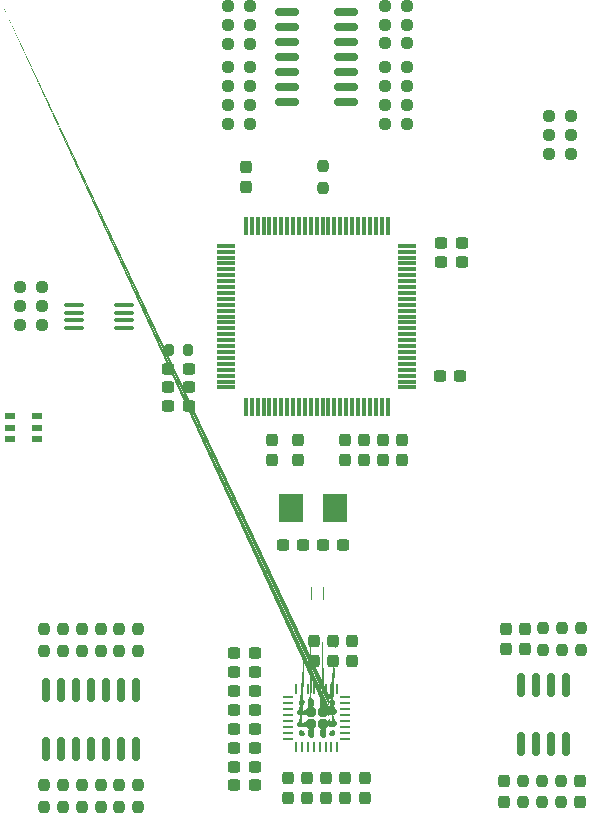
<source format=gbr>
%TF.GenerationSoftware,KiCad,Pcbnew,7.0.9*%
%TF.CreationDate,2024-02-04T10:52:35+00:00*%
%TF.ProjectId,QuadMod Components,51756164-4d6f-4642-9043-6f6d706f6e65,rev?*%
%TF.SameCoordinates,Original*%
%TF.FileFunction,Paste,Top*%
%TF.FilePolarity,Positive*%
%FSLAX46Y46*%
G04 Gerber Fmt 4.6, Leading zero omitted, Abs format (unit mm)*
G04 Created by KiCad (PCBNEW 7.0.9) date 2024-02-04 10:52:35*
%MOMM*%
%LPD*%
G01*
G04 APERTURE LIST*
G04 Aperture macros list*
%AMRoundRect*
0 Rectangle with rounded corners*
0 $1 Rounding radius*
0 $2 $3 $4 $5 $6 $7 $8 $9 X,Y pos of 4 corners*
0 Add a 4 corners polygon primitive as box body*
4,1,4,$2,$3,$4,$5,$6,$7,$8,$9,$2,$3,0*
0 Add four circle primitives for the rounded corners*
1,1,$1+$1,$2,$3*
1,1,$1+$1,$4,$5*
1,1,$1+$1,$6,$7*
1,1,$1+$1,$8,$9*
0 Add four rect primitives between the rounded corners*
20,1,$1+$1,$2,$3,$4,$5,0*
20,1,$1+$1,$4,$5,$6,$7,0*
20,1,$1+$1,$6,$7,$8,$9,0*
20,1,$1+$1,$8,$9,$2,$3,0*%
%AMFreePoly0*
4,1,48,0.127555,0.216286,0.145112,0.216286,0.159316,0.205966,0.176016,0.200540,0.186335,0.186335,0.200540,0.176016,0.205966,0.159316,0.216286,0.145112,0.216286,0.127555,0.221712,0.110856,0.221712,0.000473,0.218947,-0.008034,0.220347,-0.016868,0.208562,-0.039997,0.200540,-0.064687,0.193303,-0.069944,0.189243,-0.077914,0.077914,-0.189243,0.069944,-0.193303,0.064687,-0.200540,
0.039997,-0.208562,0.016868,-0.220347,0.008034,-0.218947,-0.000473,-0.221712,-0.110856,-0.221712,-0.127555,-0.216286,-0.145112,-0.216286,-0.159316,-0.205966,-0.176016,-0.200540,-0.186335,-0.186335,-0.200540,-0.176016,-0.205966,-0.159316,-0.216286,-0.145112,-0.216286,-0.127555,-0.221712,-0.110856,-0.221712,0.110856,-0.216286,0.127555,-0.216286,0.145112,-0.205966,0.159316,-0.200540,0.176016,
-0.186335,0.186335,-0.176016,0.200540,-0.159316,0.205966,-0.145112,0.216286,-0.127555,0.216286,-0.110856,0.221712,0.110856,0.221712,0.127555,0.216286,0.127555,0.216286,$1*%
%AMFreePoly1*
4,1,51,0.057385,0.400773,0.064862,0.401958,0.084435,0.391985,0.105327,0.385197,0.109775,0.379073,0.116521,0.375637,0.194236,0.297921,0.197672,0.291177,0.203796,0.286728,0.210584,0.265835,0.220557,0.246263,0.219372,0.238786,0.221712,0.231588,0.221712,-0.231588,0.219372,-0.238786,0.220557,-0.246263,0.210584,-0.265835,0.203796,-0.286728,0.197672,-0.291177,0.194236,-0.297921,
0.116521,-0.375637,0.109775,-0.379073,0.105327,-0.385197,0.084435,-0.391985,0.064862,-0.401958,0.057385,-0.400773,0.050187,-0.403113,-0.127902,-0.403113,-0.142032,-0.398522,-0.156891,-0.398522,-0.168912,-0.389788,-0.183042,-0.385197,-0.191775,-0.373176,-0.203796,-0.364443,-0.208387,-0.350313,-0.217121,-0.338292,-0.217121,-0.323432,-0.221712,-0.309303,-0.221712,0.309303,-0.217121,0.323432,
-0.217121,0.338292,-0.208387,0.350313,-0.203796,0.364443,-0.191775,0.373176,-0.183042,0.385197,-0.168912,0.389788,-0.156891,0.398522,-0.142032,0.398522,-0.127902,0.403113,0.050187,0.403113,0.057385,0.400773,0.057385,0.400773,$1*%
%AMFreePoly2*
4,1,48,0.008034,0.218947,0.016868,0.220347,0.039997,0.208562,0.064687,0.200540,0.069944,0.193303,0.077914,0.189243,0.189243,0.077914,0.193303,0.069944,0.200540,0.064687,0.208562,0.039997,0.220347,0.016868,0.218947,0.008034,0.221712,-0.000473,0.221712,-0.110856,0.216286,-0.127555,0.216286,-0.145112,0.205966,-0.159316,0.200540,-0.176016,0.186335,-0.186335,0.176016,-0.200540,
0.159316,-0.205966,0.145112,-0.216286,0.127555,-0.216286,0.110856,-0.221712,-0.110856,-0.221712,-0.127555,-0.216286,-0.145112,-0.216286,-0.159316,-0.205966,-0.176016,-0.200540,-0.186335,-0.186335,-0.200540,-0.176016,-0.205966,-0.159316,-0.216286,-0.145112,-0.216286,-0.127555,-0.221712,-0.110856,-0.221712,0.110856,-0.216286,0.127555,-0.216286,0.145112,-0.205966,0.159316,-0.200540,0.176016,
-0.186335,0.186335,-0.176016,0.200540,-0.159316,0.205966,-0.145112,0.216286,-0.127555,0.216286,-0.110856,0.221712,-0.000473,0.221712,0.008034,0.218947,0.008034,0.218947,$1*%
%AMFreePoly3*
4,1,51,0.323433,0.217121,0.338292,0.217121,0.350313,0.208387,0.364443,0.203796,0.373176,0.191775,0.385197,0.183042,0.389788,0.168912,0.398522,0.156891,0.398522,0.142031,0.403113,0.127902,0.403113,-0.050187,0.400773,-0.057385,0.401958,-0.064862,0.391985,-0.084434,0.385197,-0.105327,0.379073,-0.109776,0.375637,-0.116520,0.297922,-0.194236,0.291176,-0.197672,0.286728,-0.203796,
0.265836,-0.210584,0.246263,-0.220557,0.238786,-0.219372,0.231588,-0.221712,-0.231588,-0.221712,-0.238786,-0.219372,-0.246263,-0.220557,-0.265835,-0.210584,-0.286728,-0.203796,-0.291177,-0.197672,-0.297921,-0.194236,-0.375637,-0.116521,-0.379073,-0.109775,-0.385197,-0.105327,-0.391985,-0.084435,-0.401958,-0.064862,-0.400773,-0.057385,-0.403113,-0.050187,-0.403113,0.127902,-0.398522,0.142031,
-0.398522,0.156891,-0.389788,0.168912,-0.385197,0.183042,-0.373176,0.191775,-0.364443,0.203796,-0.350313,0.208387,-0.338292,0.217121,-0.323433,0.217121,-0.309303,0.221712,0.309303,0.221712,0.323433,0.217121,0.323433,0.217121,$1*%
%AMFreePoly4*
4,1,51,0.238786,0.219372,0.246263,0.220557,0.265836,0.210584,0.286728,0.203796,0.291176,0.197672,0.297922,0.194236,0.375637,0.116520,0.379073,0.109776,0.385197,0.105327,0.391985,0.084434,0.401958,0.064862,0.400773,0.057385,0.403113,0.050187,0.403113,-0.127902,0.398522,-0.142031,0.398522,-0.156891,0.389788,-0.168912,0.385197,-0.183042,0.373176,-0.191775,0.364443,-0.203796,
0.350313,-0.208387,0.338292,-0.217121,0.323433,-0.217121,0.309303,-0.221712,-0.309303,-0.221712,-0.323433,-0.217121,-0.338292,-0.217121,-0.350313,-0.208387,-0.364443,-0.203796,-0.373176,-0.191775,-0.385197,-0.183042,-0.389788,-0.168912,-0.398522,-0.156891,-0.398522,-0.142031,-0.403113,-0.127902,-0.403113,0.050187,-0.400773,0.057385,-0.401958,0.064862,-0.391985,0.084435,-0.385197,0.105327,
-0.379073,0.109775,-0.375637,0.116521,-0.297921,0.194236,-0.291177,0.197672,-0.286728,0.203796,-0.265835,0.210584,-0.246263,0.220557,-0.238786,0.219372,-0.231588,0.221712,0.231588,0.221712,0.238786,0.219372,0.238786,0.219372,$1*%
%AMFreePoly5*
4,1,48,0.127555,0.216286,0.145112,0.216286,0.159316,0.205966,0.176016,0.200540,0.186335,0.186335,0.200540,0.176016,0.205966,0.159316,0.216286,0.145112,0.216286,0.127555,0.221712,0.110856,0.221712,-0.110856,0.216286,-0.127555,0.216286,-0.145112,0.205966,-0.159316,0.200540,-0.176016,0.186335,-0.186335,0.176016,-0.200540,0.159316,-0.205966,0.145112,-0.216286,0.127555,-0.216286,
0.110856,-0.221712,0.000473,-0.221712,-0.008034,-0.218947,-0.016868,-0.220347,-0.039997,-0.208562,-0.064687,-0.200540,-0.069944,-0.193303,-0.077914,-0.189243,-0.189243,-0.077914,-0.193303,-0.069944,-0.200540,-0.064687,-0.208562,-0.039997,-0.220347,-0.016868,-0.218947,-0.008034,-0.221712,0.000473,-0.221712,0.110856,-0.216286,0.127555,-0.216286,0.145112,-0.205966,0.159316,-0.200540,0.176016,
-0.186335,0.186335,-0.176016,0.200540,-0.159316,0.205966,-0.145112,0.216286,-0.127555,0.216286,-0.110856,0.221712,0.110856,0.221712,0.127555,0.216286,0.127555,0.216286,$1*%
%AMFreePoly6*
4,1,51,0.142032,0.398522,0.156891,0.398522,0.168912,0.389788,0.183042,0.385197,0.191775,0.373176,0.203796,0.364443,0.208387,0.350313,0.217121,0.338292,0.217121,0.323432,0.221712,0.309303,0.221712,-0.309303,0.217121,-0.323432,0.217121,-0.338292,0.208387,-0.350313,0.203796,-0.364443,0.191775,-0.373176,0.183042,-0.385197,0.168912,-0.389788,0.156891,-0.398522,0.142032,-0.398522,
0.127902,-0.403113,-0.050187,-0.403113,-0.057385,-0.400773,-0.064862,-0.401958,-0.084434,-0.391985,-0.105327,-0.385197,-0.109776,-0.379073,-0.116520,-0.375637,-0.194236,-0.297922,-0.197672,-0.291176,-0.203796,-0.286728,-0.210584,-0.265836,-0.220557,-0.246263,-0.219372,-0.238786,-0.221712,-0.231588,-0.221712,0.231588,-0.219372,0.238786,-0.220557,0.246263,-0.210584,0.265836,-0.203796,0.286728,
-0.197672,0.291176,-0.194236,0.297922,-0.116520,0.375637,-0.109776,0.379073,-0.105327,0.385197,-0.084434,0.391985,-0.064862,0.401958,-0.057385,0.400773,-0.050187,0.403113,0.127902,0.403113,0.142032,0.398522,0.142032,0.398522,$1*%
%AMFreePoly7*
4,1,48,0.127555,0.216286,0.145112,0.216286,0.159316,0.205966,0.176016,0.200540,0.186335,0.186335,0.200540,0.176016,0.205966,0.159316,0.216286,0.145112,0.216286,0.127555,0.221712,0.110856,0.221712,-0.110856,0.216286,-0.127555,0.216286,-0.145112,0.205966,-0.159316,0.200540,-0.176016,0.186335,-0.186335,0.176016,-0.200540,0.159316,-0.205966,0.145112,-0.216286,0.127555,-0.216286,
0.110856,-0.221712,-0.110856,-0.221712,-0.127555,-0.216286,-0.145112,-0.216286,-0.159316,-0.205966,-0.176016,-0.200540,-0.186335,-0.186335,-0.200540,-0.176016,-0.205966,-0.159316,-0.216286,-0.145112,-0.216286,-0.127555,-0.221712,-0.110856,-0.221712,-0.000473,-0.218947,0.008034,-0.220347,0.016868,-0.208562,0.039997,-0.200540,0.064687,-0.193303,0.069944,-0.189243,0.077914,-0.077914,0.189243,
-0.069944,0.193303,-0.064687,0.200540,-0.039997,0.208562,-0.016868,0.220347,-0.008034,0.218947,0.000473,0.221712,0.110856,0.221712,0.127555,0.216286,0.127555,0.216286,$1*%
G04 Aperture macros list end*
%ADD10RoundRect,0.237500X0.237500X-0.250000X0.237500X0.250000X-0.237500X0.250000X-0.237500X-0.250000X0*%
%ADD11RoundRect,0.225000X-0.250000X0.225000X-0.250000X-0.225000X0.250000X-0.225000X0.250000X0.225000X0*%
%ADD12RoundRect,0.237500X0.300000X0.237500X-0.300000X0.237500X-0.300000X-0.237500X0.300000X-0.237500X0*%
%ADD13RoundRect,0.237500X-0.237500X0.250000X-0.237500X-0.250000X0.237500X-0.250000X0.237500X0.250000X0*%
%ADD14RoundRect,0.237500X-0.237500X0.300000X-0.237500X-0.300000X0.237500X-0.300000X0.237500X0.300000X0*%
%ADD15RoundRect,0.200000X-0.200000X-0.275000X0.200000X-0.275000X0.200000X0.275000X-0.200000X0.275000X0*%
%ADD16RoundRect,0.237500X-0.300000X-0.237500X0.300000X-0.237500X0.300000X0.237500X-0.300000X0.237500X0*%
%ADD17RoundRect,0.150000X0.150000X-0.825000X0.150000X0.825000X-0.150000X0.825000X-0.150000X-0.825000X0*%
%ADD18RoundRect,0.237500X-0.250000X-0.237500X0.250000X-0.237500X0.250000X0.237500X-0.250000X0.237500X0*%
%ADD19RoundRect,0.237500X0.250000X0.237500X-0.250000X0.237500X-0.250000X-0.237500X0.250000X-0.237500X0*%
%ADD20R,0.800000X1.600000*%
%ADD21RoundRect,0.075000X0.075000X-0.725000X0.075000X0.725000X-0.075000X0.725000X-0.075000X-0.725000X0*%
%ADD22RoundRect,0.075000X0.725000X-0.075000X0.725000X0.075000X-0.725000X0.075000X-0.725000X-0.075000X0*%
%ADD23RoundRect,0.237500X0.237500X-0.300000X0.237500X0.300000X-0.237500X0.300000X-0.237500X-0.300000X0*%
%ADD24R,1.500000X2.000000*%
%ADD25R,3.800000X2.000000*%
%ADD26R,1.350000X0.400000*%
%ADD27RoundRect,0.250000X-0.550000X1.050000X-0.550000X-1.050000X0.550000X-1.050000X0.550000X1.050000X0*%
%ADD28RoundRect,0.225000X0.225000X0.375000X-0.225000X0.375000X-0.225000X-0.375000X0.225000X-0.375000X0*%
%ADD29RoundRect,0.150000X-0.825000X-0.150000X0.825000X-0.150000X0.825000X0.150000X-0.825000X0.150000X0*%
%ADD30R,0.650000X1.560000*%
%ADD31RoundRect,0.100000X-0.712500X-0.100000X0.712500X-0.100000X0.712500X0.100000X-0.712500X0.100000X0*%
%ADD32RoundRect,0.250000X0.625000X-0.312500X0.625000X0.312500X-0.625000X0.312500X-0.625000X-0.312500X0*%
%ADD33R,2.000000X2.400000*%
%ADD34R,0.950000X0.600000*%
%ADD35RoundRect,0.150000X-0.150000X0.587500X-0.150000X-0.587500X0.150000X-0.587500X0.150000X0.587500X0*%
%ADD36RoundRect,0.250000X0.250000X0.475000X-0.250000X0.475000X-0.250000X-0.475000X0.250000X-0.475000X0*%
%ADD37RoundRect,0.250000X0.475000X-0.250000X0.475000X0.250000X-0.475000X0.250000X-0.475000X-0.250000X0*%
%ADD38RoundRect,0.250000X0.550000X-1.050000X0.550000X1.050000X-0.550000X1.050000X-0.550000X-1.050000X0*%
%ADD39FreePoly0,270.000000*%
%ADD40FreePoly1,270.000000*%
%ADD41FreePoly2,270.000000*%
%ADD42FreePoly3,270.000000*%
%ADD43RoundRect,0.201557X-0.201556X0.201556X-0.201556X-0.201556X0.201556X-0.201556X0.201556X0.201556X0*%
%ADD44FreePoly4,270.000000*%
%ADD45FreePoly5,270.000000*%
%ADD46FreePoly6,270.000000*%
%ADD47FreePoly7,270.000000*%
%ADD48RoundRect,0.062500X-0.062500X0.375000X-0.062500X-0.375000X0.062500X-0.375000X0.062500X0.375000X0*%
%ADD49RoundRect,0.062500X-0.375000X0.062500X-0.375000X-0.062500X0.375000X-0.062500X0.375000X0.062500X0*%
%ADD50RoundRect,0.150000X-0.150000X0.825000X-0.150000X-0.825000X0.150000X-0.825000X0.150000X0.825000X0*%
G04 APERTURE END LIST*
D10*
%TO.C,R12*%
X115400000Y-128312500D03*
X115400000Y-126487500D03*
%TD*%
%TO.C,R17*%
X112200000Y-128312500D03*
X112200000Y-126487500D03*
%TD*%
D11*
%TO.C,C40*%
X112600000Y-52725000D03*
X112600000Y-54275000D03*
%TD*%
D12*
%TO.C,C31*%
X130062500Y-139700000D03*
X128337500Y-139700000D03*
%TD*%
D13*
%TO.C,R39*%
X152800000Y-139287500D03*
X152800000Y-141112500D03*
%TD*%
D14*
%TO.C,C19*%
X151300000Y-126437500D03*
X151300000Y-128162500D03*
%TD*%
D13*
%TO.C,R14*%
X120200000Y-139687500D03*
X120200000Y-141512500D03*
%TD*%
D15*
%TO.C,R1*%
X122775000Y-102800000D03*
X124425000Y-102800000D03*
%TD*%
D16*
%TO.C,C6*%
X145837500Y-95400000D03*
X147562500Y-95400000D03*
%TD*%
D10*
%TO.C,R38*%
X154500000Y-128212500D03*
X154500000Y-126387500D03*
%TD*%
D17*
%TO.C,U4*%
X112390000Y-136575000D03*
X113660000Y-136575000D03*
X114930000Y-136575000D03*
X116200000Y-136575000D03*
X117470000Y-136575000D03*
X118740000Y-136575000D03*
X120010000Y-136575000D03*
X120010000Y-131625000D03*
X118740000Y-131625000D03*
X117470000Y-131625000D03*
X116200000Y-131625000D03*
X114930000Y-131625000D03*
X113660000Y-131625000D03*
X112390000Y-131625000D03*
%TD*%
D12*
%TO.C,C8*%
X147462500Y-105000000D03*
X145737500Y-105000000D03*
%TD*%
D18*
%TO.C,R3*%
X157487500Y-55020000D03*
X159312500Y-55020000D03*
%TD*%
D19*
%TO.C,R27*%
X112012500Y-99100000D03*
X110187500Y-99100000D03*
%TD*%
D18*
%TO.C,R35*%
X141087500Y-72100000D03*
X142912500Y-72100000D03*
%TD*%
D16*
%TO.C,C14*%
X122737500Y-106000000D03*
X124462500Y-106000000D03*
%TD*%
D12*
%TO.C,C10*%
X147562500Y-93800000D03*
X145837500Y-93800000D03*
%TD*%
%TO.C,C34*%
X130062500Y-130100000D03*
X128337500Y-130100000D03*
%TD*%
D18*
%TO.C,R30*%
X141087500Y-78900000D03*
X142912500Y-78900000D03*
%TD*%
D14*
%TO.C,C37*%
X138300000Y-127437500D03*
X138300000Y-129162500D03*
%TD*%
D20*
%TO.C,L2*%
X156700000Y-69950000D03*
X154900000Y-69950000D03*
%TD*%
D19*
%TO.C,R33*%
X129612500Y-72100000D03*
X127787500Y-72100000D03*
%TD*%
D12*
%TO.C,C30*%
X130062500Y-128500000D03*
X128337500Y-128500000D03*
%TD*%
D21*
%TO.C,U2*%
X129300000Y-107675000D03*
X129800000Y-107675000D03*
X130300000Y-107675000D03*
X130800000Y-107675000D03*
X131300000Y-107675000D03*
X131800000Y-107675000D03*
X132300000Y-107675000D03*
X132800000Y-107675000D03*
X133300000Y-107675000D03*
X133800000Y-107675000D03*
X134300000Y-107675000D03*
X134800000Y-107675000D03*
X135300000Y-107675000D03*
X135800000Y-107675000D03*
X136300000Y-107675000D03*
X136800000Y-107675000D03*
X137300000Y-107675000D03*
X137800000Y-107675000D03*
X138300000Y-107675000D03*
X138800000Y-107675000D03*
X139300000Y-107675000D03*
X139800000Y-107675000D03*
X140300000Y-107675000D03*
X140800000Y-107675000D03*
X141300000Y-107675000D03*
D22*
X142975000Y-106000000D03*
X142975000Y-105500000D03*
X142975000Y-105000000D03*
X142975000Y-104500000D03*
X142975000Y-104000000D03*
X142975000Y-103500000D03*
X142975000Y-103000000D03*
X142975000Y-102500000D03*
X142975000Y-102000000D03*
X142975000Y-101500000D03*
X142975000Y-101000000D03*
X142975000Y-100500000D03*
X142975000Y-100000000D03*
X142975000Y-99500000D03*
X142975000Y-99000000D03*
X142975000Y-98500000D03*
X142975000Y-98000000D03*
X142975000Y-97500000D03*
X142975000Y-97000000D03*
X142975000Y-96500000D03*
X142975000Y-96000000D03*
X142975000Y-95500000D03*
X142975000Y-95000000D03*
X142975000Y-94500000D03*
X142975000Y-94000000D03*
D21*
X141300000Y-92325000D03*
X140800000Y-92325000D03*
X140300000Y-92325000D03*
X139800000Y-92325000D03*
X139300000Y-92325000D03*
X138800000Y-92325000D03*
X138300000Y-92325000D03*
X137800000Y-92325000D03*
X137300000Y-92325000D03*
X136800000Y-92325000D03*
X136300000Y-92325000D03*
X135800000Y-92325000D03*
X135300000Y-92325000D03*
X134800000Y-92325000D03*
X134300000Y-92325000D03*
X133800000Y-92325000D03*
X133300000Y-92325000D03*
X132800000Y-92325000D03*
X132300000Y-92325000D03*
X131800000Y-92325000D03*
X131300000Y-92325000D03*
X130800000Y-92325000D03*
X130300000Y-92325000D03*
X129800000Y-92325000D03*
X129300000Y-92325000D03*
D22*
X127625000Y-94000000D03*
X127625000Y-94500000D03*
X127625000Y-95000000D03*
X127625000Y-95500000D03*
X127625000Y-96000000D03*
X127625000Y-96500000D03*
X127625000Y-97000000D03*
X127625000Y-97500000D03*
X127625000Y-98000000D03*
X127625000Y-98500000D03*
X127625000Y-99000000D03*
X127625000Y-99500000D03*
X127625000Y-100000000D03*
X127625000Y-100500000D03*
X127625000Y-101000000D03*
X127625000Y-101500000D03*
X127625000Y-102000000D03*
X127625000Y-102500000D03*
X127625000Y-103000000D03*
X127625000Y-103500000D03*
X127625000Y-104000000D03*
X127625000Y-104500000D03*
X127625000Y-105000000D03*
X127625000Y-105500000D03*
X127625000Y-106000000D03*
%TD*%
D23*
%TO.C,C21*%
X140900000Y-112162500D03*
X140900000Y-110437500D03*
%TD*%
D18*
%TO.C,R25*%
X141087500Y-73700000D03*
X142912500Y-73700000D03*
%TD*%
%TO.C,R37*%
X141087500Y-83700000D03*
X142912500Y-83700000D03*
%TD*%
D24*
%TO.C,U1*%
X102700000Y-59550000D03*
X105000000Y-59550000D03*
D25*
X105000000Y-53250000D03*
D24*
X107300000Y-59550000D03*
%TD*%
D12*
%TO.C,C4*%
X137562500Y-119300000D03*
X135837500Y-119300000D03*
%TD*%
D26*
%TO.C,J6*%
X105585000Y-108100000D03*
X105585000Y-108750000D03*
X105585000Y-109400000D03*
X105585000Y-110050000D03*
X105585000Y-110700000D03*
%TD*%
D27*
%TO.C,C15*%
X109800000Y-64600000D03*
X109800000Y-68200000D03*
%TD*%
D10*
%TO.C,R2*%
X135800000Y-89112500D03*
X135800000Y-87287500D03*
%TD*%
D13*
%TO.C,R10*%
X115400000Y-139687500D03*
X115400000Y-141512500D03*
%TD*%
D19*
%TO.C,R19*%
X129612500Y-73700000D03*
X127787500Y-73700000D03*
%TD*%
%TO.C,R4*%
X159312500Y-56620000D03*
X157487500Y-56620000D03*
%TD*%
%TO.C,R34*%
X129612500Y-83700000D03*
X127787500Y-83700000D03*
%TD*%
D10*
%TO.C,R15*%
X120200000Y-128312500D03*
X120200000Y-126487500D03*
%TD*%
D13*
%TO.C,R41*%
X154400000Y-139287500D03*
X154400000Y-141112500D03*
%TD*%
D12*
%TO.C,C27*%
X130062500Y-138100000D03*
X128337500Y-138100000D03*
%TD*%
D28*
%TO.C,D1*%
X166850000Y-53200000D03*
X163550000Y-53200000D03*
%TD*%
D23*
%TO.C,C5*%
X133700000Y-112162500D03*
X133700000Y-110437500D03*
%TD*%
D29*
%TO.C,U6*%
X132825000Y-74190000D03*
X132825000Y-75460000D03*
X132825000Y-76730000D03*
X132825000Y-78000000D03*
X132825000Y-79270000D03*
X132825000Y-80540000D03*
X132825000Y-81810000D03*
X137775000Y-81810000D03*
X137775000Y-80540000D03*
X137775000Y-79270000D03*
X137775000Y-78000000D03*
X137775000Y-76730000D03*
X137775000Y-75460000D03*
X137775000Y-74190000D03*
%TD*%
D30*
%TO.C,U5*%
X156850000Y-61950000D03*
X157800000Y-61950000D03*
X158750000Y-61950000D03*
X158750000Y-59250000D03*
X157800000Y-59250000D03*
X156850000Y-59250000D03*
%TD*%
D31*
%TO.C,U7*%
X114787500Y-99025000D03*
X114787500Y-99675000D03*
X114787500Y-100325000D03*
X114787500Y-100975000D03*
X119012500Y-100975000D03*
X119012500Y-100325000D03*
X119012500Y-99675000D03*
X119012500Y-99025000D03*
%TD*%
D13*
%TO.C,R6*%
X117000000Y-139687500D03*
X117000000Y-141512500D03*
%TD*%
D28*
%TO.C,D2*%
X120550000Y-52600000D03*
X117250000Y-52600000D03*
%TD*%
D32*
%TO.C,C35*%
X154200000Y-67812500D03*
X154200000Y-64887500D03*
%TD*%
D13*
%TO.C,R7*%
X118600000Y-139687500D03*
X118600000Y-141512500D03*
%TD*%
D19*
%TO.C,R22*%
X129612500Y-80500000D03*
X127787500Y-80500000D03*
%TD*%
D14*
%TO.C,C11*%
X129300000Y-87337500D03*
X129300000Y-89062500D03*
%TD*%
D12*
%TO.C,C33*%
X130062500Y-133300000D03*
X128337500Y-133300000D03*
%TD*%
D18*
%TO.C,R29*%
X154987500Y-83000000D03*
X156812500Y-83000000D03*
%TD*%
D23*
%TO.C,C39*%
X134500000Y-140762500D03*
X134500000Y-139037500D03*
%TD*%
D33*
%TO.C,Y1*%
X136850000Y-116200000D03*
X133150000Y-116200000D03*
%TD*%
D10*
%TO.C,R8*%
X117000000Y-128312500D03*
X117000000Y-126487500D03*
%TD*%
D34*
%TO.C,U8*%
X111625000Y-110350000D03*
X111625000Y-109400000D03*
X111625000Y-108450000D03*
X109375000Y-108450000D03*
X109375000Y-109400000D03*
X109375000Y-110350000D03*
%TD*%
D14*
%TO.C,C42*%
X132900000Y-139037500D03*
X132900000Y-140762500D03*
%TD*%
D12*
%TO.C,C32*%
X130062500Y-136500000D03*
X128337500Y-136500000D03*
%TD*%
D18*
%TO.C,R44*%
X154987500Y-84600000D03*
X156812500Y-84600000D03*
%TD*%
D23*
%TO.C,C16*%
X131500000Y-112162500D03*
X131500000Y-110437500D03*
%TD*%
D12*
%TO.C,C28*%
X130062500Y-134900000D03*
X128337500Y-134900000D03*
%TD*%
D18*
%TO.C,R31*%
X141087500Y-82100000D03*
X142912500Y-82100000D03*
%TD*%
D35*
%TO.C,D3*%
X114450000Y-56962500D03*
X112550000Y-56962500D03*
X113500000Y-58837500D03*
%TD*%
D10*
%TO.C,R40*%
X156100000Y-128212500D03*
X156100000Y-126387500D03*
%TD*%
D23*
%TO.C,C9*%
X139300000Y-112162500D03*
X139300000Y-110437500D03*
%TD*%
D18*
%TO.C,R24*%
X141087500Y-76800000D03*
X142912500Y-76800000D03*
%TD*%
D14*
%TO.C,C36*%
X136700000Y-127437500D03*
X136700000Y-129162500D03*
%TD*%
D23*
%TO.C,C43*%
X152900000Y-128162500D03*
X152900000Y-126437500D03*
%TD*%
D19*
%TO.C,R18*%
X129612500Y-76900000D03*
X127787500Y-76900000D03*
%TD*%
D10*
%TO.C,R9*%
X118600000Y-128312500D03*
X118600000Y-126487500D03*
%TD*%
D13*
%TO.C,R16*%
X112200000Y-139687500D03*
X112200000Y-141512500D03*
%TD*%
D19*
%TO.C,R21*%
X129612500Y-78900000D03*
X127787500Y-78900000D03*
%TD*%
D13*
%TO.C,R5*%
X114200000Y-52587500D03*
X114200000Y-54412500D03*
%TD*%
D36*
%TO.C,C22*%
X158750000Y-67400000D03*
X156850000Y-67400000D03*
%TD*%
D18*
%TO.C,R32*%
X141087500Y-80500000D03*
X142912500Y-80500000D03*
%TD*%
D19*
%TO.C,R36*%
X112012500Y-97500000D03*
X110187500Y-97500000D03*
%TD*%
D23*
%TO.C,C24*%
X137700000Y-140762500D03*
X137700000Y-139037500D03*
%TD*%
D37*
%TO.C,C25*%
X154400000Y-59750000D03*
X154400000Y-57850000D03*
%TD*%
D14*
%TO.C,C44*%
X151200000Y-139337500D03*
X151200000Y-141062500D03*
%TD*%
D12*
%TO.C,C29*%
X130062500Y-131700000D03*
X128337500Y-131700000D03*
%TD*%
D23*
%TO.C,C38*%
X136100000Y-140762500D03*
X136100000Y-139037500D03*
%TD*%
D13*
%TO.C,R43*%
X156000000Y-139287500D03*
X156000000Y-141112500D03*
%TD*%
D12*
%TO.C,C2*%
X124462500Y-104400000D03*
X122737500Y-104400000D03*
%TD*%
D23*
%TO.C,C18*%
X157600000Y-141062500D03*
X157600000Y-139337500D03*
%TD*%
D13*
%TO.C,R11*%
X113800000Y-139687500D03*
X113800000Y-141512500D03*
%TD*%
D16*
%TO.C,C1*%
X122737500Y-107600000D03*
X124462500Y-107600000D03*
%TD*%
D27*
%TO.C,C12*%
X165200000Y-57300000D03*
X165200000Y-60900000D03*
%TD*%
D38*
%TO.C,C13*%
X118900000Y-59800000D03*
X118900000Y-56200000D03*
%TD*%
D23*
%TO.C,C41*%
X135100000Y-129162500D03*
X135100000Y-127437500D03*
%TD*%
D36*
%TO.C,C20*%
X158750000Y-65000000D03*
X156850000Y-65000000D03*
%TD*%
D39*
%TO.C,U9*%
X136575000Y-132725000D03*
D40*
X135800000Y-132725000D03*
X134800000Y-132725000D03*
D41*
X134025000Y-132725000D03*
D42*
X136575000Y-133500000D03*
D43*
X135800000Y-133500000D03*
X134800000Y-133500000D03*
D44*
X134025000Y-133500000D03*
D42*
X136575000Y-134500000D03*
D43*
X135800000Y-134500000D03*
X134800000Y-134500000D03*
D44*
X134025000Y-134500000D03*
D45*
X136575000Y-135275000D03*
D46*
X135800000Y-135275000D03*
X134800000Y-135275000D03*
D47*
X134025000Y-135275000D03*
D48*
X137050000Y-131562500D03*
X136550000Y-131562500D03*
X136050000Y-131562500D03*
X135550000Y-131562500D03*
X135050000Y-131562500D03*
X134550000Y-131562500D03*
X134050000Y-131562500D03*
X133550000Y-131562500D03*
D49*
X132862500Y-132250000D03*
X132862500Y-132750000D03*
X132862500Y-133250000D03*
X132862500Y-133750000D03*
X132862500Y-134250000D03*
X132862500Y-134750000D03*
X132862500Y-135250000D03*
X132862500Y-135750000D03*
D48*
X133550000Y-136437500D03*
X134050000Y-136437500D03*
X134550000Y-136437500D03*
X135050000Y-136437500D03*
X135550000Y-136437500D03*
X136050000Y-136437500D03*
X136550000Y-136437500D03*
X137050000Y-136437500D03*
D49*
X137737500Y-135750000D03*
X137737500Y-135250000D03*
X137737500Y-134750000D03*
X137737500Y-134250000D03*
X137737500Y-133750000D03*
X137737500Y-133250000D03*
X137737500Y-132750000D03*
X137737500Y-132250000D03*
%TD*%
D19*
%TO.C,R20*%
X129612500Y-75300000D03*
X127787500Y-75300000D03*
%TD*%
D23*
%TO.C,C26*%
X139400000Y-140762500D03*
X139400000Y-139037500D03*
%TD*%
D10*
%TO.C,R13*%
X113800000Y-128312500D03*
X113800000Y-126487500D03*
%TD*%
D50*
%TO.C,U3*%
X156405000Y-131225000D03*
X155135000Y-131225000D03*
X153865000Y-131225000D03*
X152595000Y-131225000D03*
X152595000Y-136175000D03*
X153865000Y-136175000D03*
X155135000Y-136175000D03*
X156405000Y-136175000D03*
%TD*%
D18*
%TO.C,R26*%
X141087500Y-75300000D03*
X142912500Y-75300000D03*
%TD*%
%TO.C,R45*%
X154987500Y-86200000D03*
X156812500Y-86200000D03*
%TD*%
D10*
%TO.C,R42*%
X157700000Y-128212500D03*
X157700000Y-126387500D03*
%TD*%
D23*
%TO.C,C23*%
X142500000Y-112162500D03*
X142500000Y-110437500D03*
%TD*%
D19*
%TO.C,R28*%
X112012500Y-100700000D03*
X110187500Y-100700000D03*
%TD*%
D16*
%TO.C,C3*%
X132437500Y-119300000D03*
X134162500Y-119300000D03*
%TD*%
D23*
%TO.C,C7*%
X137700000Y-112162500D03*
X137700000Y-110437500D03*
%TD*%
D19*
%TO.C,R23*%
X129612500Y-82100000D03*
X127787500Y-82100000D03*
%TD*%
M02*

</source>
